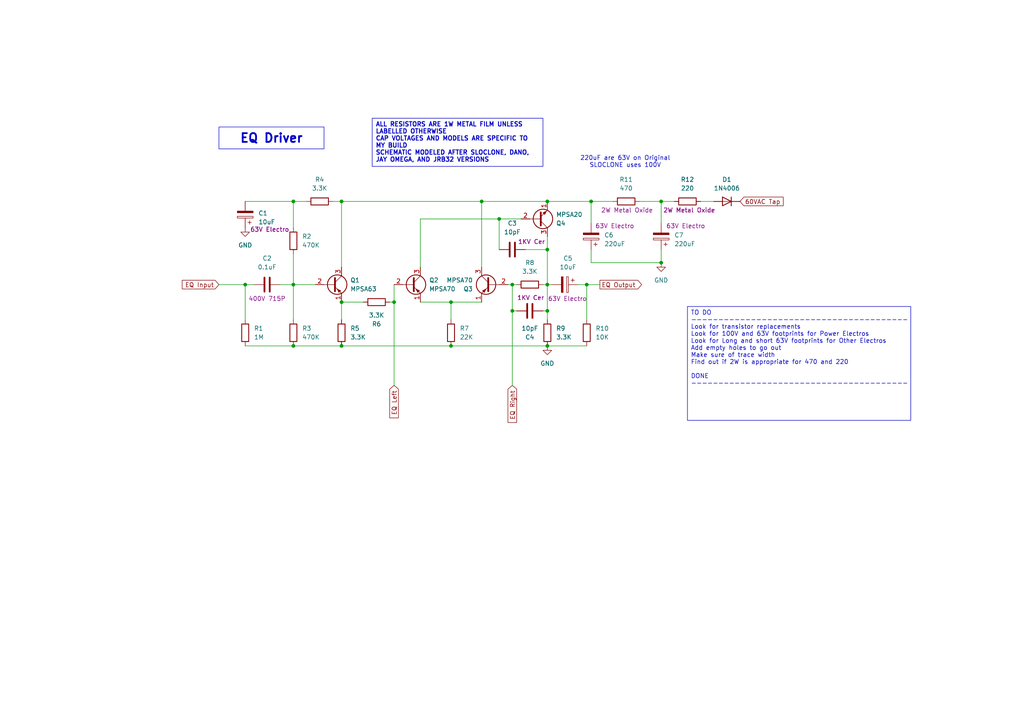
<source format=kicad_sch>
(kicad_sch (version 20250114) (generator "eeschema") (generator_version "9.0")
  (paper "A4")
  (lib_symbols
    (symbol "Device:C" (pin_numbers (hide yes)) (pin_names (offset 0.254))
      (property "Reference" "C" (at 0.635 2.54 0))
      (property "Value" "C" (at 0.635 -2.54 0))
      (symbol "C_0_1"
        (polyline (pts (xy -2.032 0.762) (xy 2.032 0.762)) (stroke (width 0.508)))
        (polyline (pts (xy -2.032 -0.762) (xy 2.032 -0.762)) (stroke (width 0.508)))
      )
      (symbol "C_1_1"
        (pin passive line (at 0 3.81 270) (length 2.794) (name "~") (number "1"))
        (pin passive line (at 0 -3.81 90) (length 2.794) (name "~") (number "2"))
      )
    )
    (symbol "Device:C_Polarized" (pin_numbers (hide yes)) (pin_names (offset 0.254))
      (property "Reference" "C" (at 0.635 2.54 0))
      (property "Value" "C_Polarized" (at 0.635 -2.54 0))
      (symbol "C_Polarized_0_1"
        (rectangle (start -2.286 0.508) (end 2.286 1.016))
        (polyline (pts (xy -1.778 2.286) (xy -0.762 2.286)))
        (polyline (pts (xy -1.27 2.794) (xy -1.27 1.778)))
        (rectangle (start 2.286 -0.508) (end -2.286 -1.016) (fill (type outline)))
      )
      (symbol "C_Polarized_1_1"
        (pin passive line (at 0 3.81 270) (length 2.794) (name "~") (number "1"))
        (pin passive line (at 0 -3.81 90) (length 2.794) (name "~") (number "2"))
      )
    )
    (symbol "Device:R" (pin_numbers (hide yes)) (pin_names (offset 0))
      (property "Reference" "R" (at 2.032 0 90))
      (property "Value" "R" (at 0 0 90))
      (symbol "R_0_1"
        (rectangle (start -1.016 -2.54) (end 1.016 2.54) (stroke (width 0.254)))
      )
      (symbol "R_1_1"
        (pin passive line (at 0 3.81 270) (length 1.27) (name "~") (number "1"))
        (pin passive line (at 0 -3.81 90) (length 1.27) (name "~") (number "2"))
      )
    )
    (symbol "Diode:1N4006" (pin_numbers (hide yes)) (pin_names (hide yes))
      (property "Reference" "D" (at 0 2.54 0))
      (property "Value" "1N4006" (at 0 -2.54 0))
      (symbol "1N4006_0_1"
        (polyline (pts (xy -1.27 1.27) (xy -1.27 -1.27)) (stroke (width 0.254)))
        (polyline (pts (xy 1.27 1.27) (xy 1.27 -1.27) (xy -1.27 0) (xy 1.27 1.27)) (stroke (width 0.254)))
        (polyline (pts (xy 1.27 0) (xy -1.27 0)))
      )
      (symbol "1N4006_1_1"
        (pin passive line (at -3.81 0 0) (length 2.54) (name "K") (number "1"))
        (pin passive line (at 3.81 0 180) (length 2.54) (name "A") (number "2"))
      )
    )
    (symbol "Transistor_BJT:MPSA42" (pin_names (offset 0) (hide yes))
      (property "Reference" "Q" (at 5.08 1.905 0))
      (property "Value" "MPSA42" (at 5.08 0 0))
      (symbol "MPSA42_0_1"
        (polyline (pts (xy -2.54 0) (xy 0.635 0)))
        (polyline (pts (xy 0.635 1.905) (xy 0.635 -1.905)) (stroke (width 0.508)))
        (circle (center 1.27 0) (radius 2.8194) (stroke (width 0.254)))
      )
      (symbol "MPSA42_1_1"
        (polyline (pts (xy 0.635 0.635) (xy 2.54 2.54)))
        (polyline (pts (xy 0.635 -0.635) (xy 2.54 -2.54)))
        (polyline (pts (xy 1.27 -1.778) (xy 1.778 -1.27) (xy 2.286 -2.286) (xy 1.27 -1.778)) (fill (type outline)))
        (pin input line (at -5.08 0 0) (length 2.54) (name "B") (number "2"))
        (pin passive line (at 2.54 5.08 270) (length 2.54) (name "C") (number "3"))
        (pin passive line (at 2.54 -5.08 90) (length 2.54) (name "E") (number "1"))
      )
    )
    (symbol "Transistor_BJT:MPSA92" (pin_names (offset 0) (hide yes))
      (property "Reference" "Q" (at 5.08 1.905 0))
      (property "Value" "MPSA92" (at 5.08 0 0))
      (symbol "MPSA92_0_1"
        (polyline (pts (xy -2.54 0) (xy 0.635 0)))
        (polyline (pts (xy 0.635 1.905) (xy 0.635 -1.905)) (stroke (width 0.508)))
        (polyline (pts (xy 0.635 0.635) (xy 2.54 2.54)))
        (polyline (pts (xy 0.635 -0.635) (xy 2.54 -2.54)))
        (circle (center 1.27 0) (radius 2.8194) (stroke (width 0.254)))
        (polyline (pts (xy 2.286 -1.778) (xy 1.778 -2.286) (xy 1.27 -1.27) (xy 2.286 -1.778)) (fill (type outline)))
      )
      (symbol "MPSA92_1_1"
        (pin input line (at -5.08 0 0) (length 2.54) (name "B") (number "2"))
        (pin passive line (at 2.54 5.08 270) (length 2.54) (name "C") (number "3"))
        (pin passive line (at 2.54 -5.08 90) (length 2.54) (name "E") (number "1"))
      )
    )
    (symbol "power:GND" (power) (pin_numbers (hide yes)) (pin_names (offset 0) (hide yes))
      (property "Value" "GND" (at 0 -3.81 0))
      (symbol "GND_0_1"
        (polyline (pts (xy 0 0) (xy 0 -1.27) (xy 1.27 -1.27) (xy 0 -2.54) (xy -1.27 -1.27) (xy 0 -1.27)))
      )
      (symbol "GND_1_1"
        (pin power_in line (at 0 0 270) (length 0) (name "~") (number "1"))
      )
    )
  )
  (text "220uF are 63V on Original\nSLOCLONE uses 100V" (at 181.356 46.99 0) (effects (font (size 1.27 1.27))))
  (text_box "EQ Driver" (at 63.5 36.83 0) (size 30.48 6.35) (margins 0.9525 0.9525 0.9525 0.9525) (effects (font (size 2.54 2.54) (thickness 0.508) (bold yes))))
  (text_box "ALL RESISTORS ARE 1W METAL FILM UNLESS LABELLED OTHERWISE\nCAP VOLTAGES AND MODELS ARE SPECIFIC TO MY BUILD\nSCHEMATIC MODELED AFTER SLOCLONE, DANO, JAY OMEGA, AND JRB32 VERSIONS" (at 107.95 34.29 0) (size 49.53 13.97) (margins 0.9525 0.9525 0.9525 0.9525) (effects (font (size 1.27 1.27) (thickness 0.254) (bold yes)) (justify left top)))
  (text_box "TO DO\n----------------------------------------\nLook for transistor replacements\nLook for 100V and 63V footprints for Power Electros\nLook for Long and short 63V footprints for Other Electros\nAdd empty holes to go out\nMake sure of trace width\nFind out if 2W is appropriate for 470 and 220\n\nDONE\n----------------------------------------\n" (at 199.39 88.9 0) (size 64.77 33.02) (margins 0.9525 0.9525 0.9525 0.9525) (effects (font (size 1.27 1.27)) (justify left top)))
  (junction (at 148.59 82.55))
  (junction (at 85.09 100.33))
  (junction (at 114.3 87.63))
  (junction (at 130.81 100.33))
  (junction (at 158.75 90.17))
  (junction (at 85.09 82.55))
  (junction (at 158.75 72.39))
  (junction (at 170.18 82.55))
  (junction (at 130.81 87.63))
  (junction (at 99.06 87.63))
  (junction (at 191.77 58.42))
  (junction (at 158.75 100.33))
  (junction (at 158.75 82.55))
  (junction (at 171.45 58.42))
  (junction (at 144.78 63.5))
  (junction (at 85.09 58.42))
  (junction (at 71.12 82.55))
  (junction (at 99.06 100.33))
  (junction (at 191.77 76.2))
  (junction (at 158.75 58.42))
  (junction (at 139.7 58.42))
  (junction (at 148.59 90.17))
  (junction (at 99.06 58.42))
  (wire (pts (xy 63.5 82.55) (xy 71.12 82.55)))
  (wire (pts (xy 71.12 100.33) (xy 85.09 100.33)))
  (wire (pts (xy 113.03 87.63) (xy 114.3 87.63)))
  (wire (pts (xy 130.81 87.63) (xy 121.92 87.63)))
  (wire (pts (xy 88.9 58.42) (xy 85.09 58.42)))
  (wire (pts (xy 96.52 58.42) (xy 99.06 58.42)))
  (wire (pts (xy 152.4 72.39) (xy 158.75 72.39)))
  (wire (pts (xy 170.18 82.55) (xy 170.18 92.71)))
  (wire (pts (xy 158.75 82.55) (xy 160.02 82.55)))
  (wire (pts (xy 148.59 82.55) (xy 148.59 90.17)))
  (wire (pts (xy 99.06 100.33) (xy 130.81 100.33)))
  (wire (pts (xy 207.01 58.42) (xy 203.2 58.42)))
  (wire (pts (xy 185.42 58.42) (xy 191.77 58.42)))
  (wire (pts (xy 139.7 58.42) (xy 139.7 77.47)))
  (wire (pts (xy 81.28 82.55) (xy 85.09 82.55)))
  (wire (pts (xy 148.59 90.17) (xy 148.59 111.76)))
  (wire (pts (xy 71.12 92.71) (xy 71.12 82.55)))
  (wire (pts (xy 85.09 73.66) (xy 85.09 82.55)))
  (wire (pts (xy 139.7 58.42) (xy 158.75 58.42)))
  (wire (pts (xy 158.75 72.39) (xy 158.75 82.55)))
  (wire (pts (xy 171.45 76.2) (xy 191.77 76.2)))
  (wire (pts (xy 171.45 72.39) (xy 171.45 76.2)))
  (wire (pts (xy 157.48 90.17) (xy 158.75 90.17)))
  (wire (pts (xy 148.59 82.55) (xy 147.32 82.55)))
  (wire (pts (xy 114.3 82.55) (xy 114.3 87.63)))
  (wire (pts (xy 191.77 64.77) (xy 191.77 58.42)))
  (wire (pts (xy 130.81 100.33) (xy 158.75 100.33)))
  (wire (pts (xy 149.86 90.17) (xy 148.59 90.17)))
  (wire (pts (xy 71.12 58.42) (xy 85.09 58.42)))
  (wire (pts (xy 149.86 82.55) (xy 148.59 82.55)))
  (wire (pts (xy 158.75 90.17) (xy 158.75 82.55)))
  (wire (pts (xy 171.45 58.42) (xy 177.8 58.42)))
  (wire (pts (xy 171.45 64.77) (xy 171.45 58.42)))
  (wire (pts (xy 144.78 63.5) (xy 144.78 72.39)))
  (wire (pts (xy 99.06 58.42) (xy 99.06 77.47)))
  (wire (pts (xy 144.78 63.5) (xy 121.92 63.5)))
  (wire (pts (xy 85.09 100.33) (xy 99.06 100.33)))
  (wire (pts (xy 191.77 72.39) (xy 191.77 76.2)))
  (wire (pts (xy 130.81 87.63) (xy 139.7 87.63)))
  (wire (pts (xy 71.12 82.55) (xy 73.66 82.55)))
  (wire (pts (xy 151.13 63.5) (xy 144.78 63.5)))
  (wire (pts (xy 158.75 58.42) (xy 171.45 58.42)))
  (wire (pts (xy 121.92 63.5) (xy 121.92 77.47)))
  (wire (pts (xy 158.75 92.71) (xy 158.75 90.17)))
  (wire (pts (xy 99.06 87.63) (xy 99.06 92.71)))
  (wire (pts (xy 105.41 87.63) (xy 99.06 87.63)))
  (wire (pts (xy 158.75 68.58) (xy 158.75 72.39)))
  (wire (pts (xy 114.3 87.63) (xy 114.3 111.76)))
  (wire (pts (xy 158.75 82.55) (xy 157.48 82.55)))
  (wire (pts (xy 195.58 58.42) (xy 191.77 58.42)))
  (wire (pts (xy 85.09 58.42) (xy 85.09 66.04)))
  (wire (pts (xy 130.81 92.71) (xy 130.81 87.63)))
  (wire (pts (xy 85.09 82.55) (xy 91.44 82.55)))
  (wire (pts (xy 167.64 82.55) (xy 170.18 82.55)))
  (wire (pts (xy 170.18 82.55) (xy 173.99 82.55)))
  (wire (pts (xy 99.06 58.42) (xy 139.7 58.42)))
  (wire (pts (xy 85.09 92.71) (xy 85.09 82.55)))
  (wire (pts (xy 158.75 100.33) (xy 170.18 100.33)))
  (global_label "EQ Right" (shape input) (at 148.59 111.76 270) (property "Intersheetrefs" "${INTERSHEET_REFS}" (effects (hide yes))))
  (global_label "EQ Left" (shape input) (at 114.3 111.76 270) (property "Intersheetrefs" "${INTERSHEET_REFS}" (effects (hide yes))))
  (global_label "EQ Input" (shape input) (at 63.5 82.55 180) (property "Intersheetrefs" "${INTERSHEET_REFS}" (effects (hide yes))))
  (global_label "EQ Output" (shape output) (at 173.99 82.55 0) (property "Intersheetrefs" "${INTERSHEET_REFS}" (effects (hide yes))))
  (global_label "60VAC Tap" (shape input) (at 214.63 58.42 0) (property "Intersheetrefs" "${INTERSHEET_REFS}" (effects (hide yes))))
  (symbol (lib_id "Device:R") (at 130.81 96.52 0) (unit 1)
    (property "Reference" "R7" (at 133.35 95.2499 0) (effects (justify left)))
    (property "Value" "22K" (at 133.35 97.7899 0) (effects (justify left)))
    (property "Description" "Resistor" (effects (hide yes)))
  )
  (symbol (lib_id "Device:R") (at 158.75 96.52 0) (unit 1)
    (property "Reference" "R9" (at 161.29 95.2499 0) (effects (justify left)))
    (property "Value" "3.3K" (at 161.29 97.7899 0) (effects (justify left)))
    (property "Description" "Resistor" (effects (hide yes)))
  )
  (symbol (lib_id "Device:C_Polarized") (at 163.83 82.55 270) (unit 1)
    (property "Reference" "C5" (at 164.719 74.93 90))
    (property "Value" "10uF" (at 164.719 77.47 90))
    (property "Description" "Polarized capacitor" (effects (hide yes)))
    (property "Notes" "63V Electro" (at 164.592 86.614 90))
  )
  (symbol (lib_id "Device:R") (at 153.67 82.55 90) (unit 1)
    (property "Reference" "R8" (at 153.67 76.2 90))
    (property "Value" "3.3K" (at 153.67 78.74 90))
    (property "Description" "Resistor" (effects (hide yes)))
  )
  (symbol (lib_id "Transistor_BJT:MPSA92") (at 119.38 82.55 0) (unit 1)
    (property "Reference" "Q2" (at 124.46 81.2799 0) (effects (justify left)))
    (property "Value" "MPSA70" (at 124.46 83.8199 0) (effects (justify left)))
    (property "Footprint" "Package_TO_SOT_THT:TO-92_Inline" (effects (hide yes)))
    (property "Datasheet" "http://www.onsemi.com/pub_link/Collateral/MPSA92-D.PDF" (effects (hide yes)))
    (property "Description" "0.5A Ic, 300V Vce, PNP High Voltage Transistor, TO-92" (effects (hide yes)))
  )
  (symbol (lib_id "power:GND") (at 191.77 76.2 0) (unit 1)
    (property "Reference" "#PWR03" (effects (hide yes)))
    (property "Value" "GND" (at 191.77 81.28 0))
    (property "Description" "Power symbol creates a global label with name \"GND\" , ground" (effects (hide yes)))
  )
  (symbol (lib_id "Transistor_BJT:MPSA42") (at 156.21 63.5 0) (mirror x) (unit 1)
    (property "Reference" "Q4" (at 161.29 64.7701 0) (effects (justify left)))
    (property "Value" "MPSA20" (at 161.29 62.2301 0) (effects (justify left)))
    (property "Footprint" "Package_TO_SOT_THT:TO-92_Inline" (effects (hide yes)))
    (property "Datasheet" "http://www.onsemi.com/pub_link/Collateral/MPSA42-D.PDF" (effects (hide yes)))
    (property "Description" "0.5A Ic, 300V Vce, NPN High Voltage Transistor, TO-92" (effects (hide yes)))
  )
  (symbol (lib_id "Device:C") (at 77.47 82.55 90) (unit 1)
    (property "Reference" "C2" (at 77.47 74.93 90))
    (property "Value" "0.1uF" (at 77.47 77.47 90))
    (property "Description" "Unpolarized capacitor" (effects (hide yes)))
    (property "Notes" "400V 715P" (at 77.47 86.614 90))
  )
  (symbol (lib_id "Diode:1N4006") (at 210.82 58.42 0) (mirror y) (unit 1)
    (property "Reference" "D1" (at 210.82 52.07 0))
    (property "Value" "1N4006" (at 210.82 54.61 0))
    (property "Footprint" "Diode_THT:D_DO-41_SOD81_P10.16mm_Horizontal" (effects (hide yes)))
    (property "Datasheet" "http://www.vishay.com/docs/88503/1n4001.pdf" (effects (hide yes)))
    (property "Description" "800V 1A General Purpose Rectifier Diode, DO-41" (effects (hide yes)))
    (property "Sim.Device" "D" (effects (hide yes)))
    (property "Sim.Pins" "1=K 2=A" (effects (hide yes)))
  )
  (symbol (lib_id "Device:R") (at 109.22 87.63 270) (unit 1)
    (property "Reference" "R6" (at 109.22 93.98 90))
    (property "Value" "3.3K" (at 109.22 91.44 90))
    (property "Description" "Resistor" (effects (hide yes)))
  )
  (symbol (lib_id "Device:R") (at 85.09 96.52 0) (unit 1)
    (property "Reference" "R3" (at 87.63 95.2499 0) (effects (justify left)))
    (property "Value" "470K" (at 87.63 97.7899 0) (effects (justify left)))
    (property "Description" "Resistor" (effects (hide yes)))
  )
  (symbol (lib_id "Device:R") (at 92.71 58.42 90) (unit 1)
    (property "Reference" "R4" (at 92.71 52.07 90))
    (property "Value" "3.3K" (at 92.71 54.61 90))
    (property "Description" "Resistor" (effects (hide yes)))
  )
  (symbol (lib_id "Device:C") (at 153.67 90.17 90) (mirror x) (unit 1)
    (property "Reference" "C4" (at 153.67 97.79 90))
    (property "Value" "10pF" (at 153.67 95.25 90))
    (property "Description" "Unpolarized capacitor" (effects (hide yes)))
    (property "Notes" "1KV Cer" (at 153.924 86.36 90))
  )
  (symbol (lib_id "Device:R") (at 181.61 58.42 90) (unit 1)
    (property "Reference" "R11" (at 181.61 52.07 90))
    (property "Value" "470" (at 181.61 54.61 90))
    (property "Description" "Resistor" (effects (hide yes)))
    (property "Notes" "2W Metal Oxide" (at 181.864 60.96 90))
  )
  (symbol (lib_id "Device:R") (at 71.12 96.52 0) (unit 1)
    (property "Reference" "R1" (at 73.66 95.2499 0) (effects (justify left)))
    (property "Value" "1M" (at 73.66 97.7899 0) (effects (justify left)))
    (property "Description" "Resistor" (effects (hide yes)))
  )
  (symbol (lib_id "power:GND") (at 158.75 100.33 0) (unit 1)
    (property "Reference" "#PWR02" (effects (hide yes)))
    (property "Value" "GND" (at 158.75 105.41 0))
    (property "Description" "Power symbol creates a global label with name \"GND\" , ground" (effects (hide yes)))
  )
  (symbol (lib_id "Device:R") (at 170.18 96.52 0) (unit 1)
    (property "Reference" "R10" (at 172.72 95.2499 0) (effects (justify left)))
    (property "Value" "10K" (at 172.72 97.7899 0) (effects (justify left)))
    (property "Description" "Resistor" (effects (hide yes)))
  )
  (symbol (lib_id "Transistor_BJT:MPSA92") (at 142.24 82.55 0) (mirror y) (unit 1)
    (property "Reference" "Q3" (at 137.16 83.8201 0) (effects (justify left)))
    (property "Value" "MPSA70" (at 137.16 81.2801 0) (effects (justify left)))
    (property "Footprint" "Package_TO_SOT_THT:TO-92_Inline" (effects (hide yes)))
    (property "Datasheet" "http://www.onsemi.com/pub_link/Collateral/MPSA92-D.PDF" (effects (hide yes)))
    (property "Description" "0.5A Ic, 300V Vce, PNP High Voltage Transistor, TO-92" (effects (hide yes)))
  )
  (symbol (lib_id "power:GND") (at 71.12 66.04 0) (unit 1)
    (property "Reference" "#PWR01" (effects (hide yes)))
    (property "Value" "GND" (at 71.12 71.12 0))
    (property "Description" "Power symbol creates a global label with name \"GND\" , ground" (effects (hide yes)))
  )
  (symbol (lib_id "Transistor_BJT:MPSA92") (at 96.52 82.55 0) (unit 1)
    (property "Reference" "Q1" (at 101.6 81.2799 0) (effects (justify left)))
    (property "Value" "MPSA63" (at 101.6 83.8199 0) (effects (justify left)))
    (property "Footprint" "Package_TO_SOT_THT:TO-92_Inline" (effects (hide yes)))
    (property "Datasheet" "http://www.onsemi.com/pub_link/Collateral/MPSA92-D.PDF" (effects (hide yes)))
    (property "Description" "0.5A Ic, 300V Vce, PNP High Voltage Transistor, TO-92" (effects (hide yes)))
  )
  (symbol (lib_id "Device:R") (at 99.06 96.52 0) (unit 1)
    (property "Reference" "R5" (at 101.6 95.2499 0) (effects (justify left)))
    (property "Value" "3.3K" (at 101.6 97.7899 0) (effects (justify left)))
    (property "Description" "Resistor" (effects (hide yes)))
  )
  (symbol (lib_id "Device:C_Polarized") (at 171.45 68.58 180) (unit 1)
    (property "Reference" "C6" (at 175.26 68.1989 0) (effects (justify right)))
    (property "Value" "220uF" (at 175.26 70.7389 0) (effects (justify right)))
    (property "Description" "Polarized capacitor" (effects (hide yes)))
    (property "Notes" "63V Electro" (at 178.308 65.532 0))
  )
  (symbol (lib_id "Device:C") (at 148.59 72.39 90) (unit 1)
    (property "Reference" "C3" (at 148.59 64.77 90))
    (property "Value" "10pF" (at 148.59 67.31 90))
    (property "Description" "Unpolarized capacitor" (effects (hide yes)))
    (property "Notes" "1KV Cer" (at 154.178 70.104 90))
  )
  (symbol (lib_id "Device:C_Polarized") (at 191.77 68.58 180) (unit 1)
    (property "Reference" "C7" (at 195.58 68.1989 0) (effects (justify right)))
    (property "Value" "220uF" (at 195.58 70.7389 0) (effects (justify right)))
    (property "Description" "Polarized capacitor" (effects (hide yes)))
    (property "Notes" "63V Electro" (at 198.882 65.532 0))
  )
  (symbol (lib_id "Device:R") (at 85.09 69.85 0) (unit 1)
    (property "Reference" "R2" (at 87.63 68.5799 0) (effects (justify left)))
    (property "Value" "470K" (at 87.63 71.1199 0) (effects (justify left)))
    (property "Description" "Resistor" (effects (hide yes)))
  )
  (symbol (lib_id "Device:R") (at 199.39 58.42 90) (unit 1)
    (property "Reference" "R12" (at 199.39 52.07 90))
    (property "Value" "220" (at 199.39 54.61 90))
    (property "Description" "Resistor" (effects (hide yes)))
    (property "Notes" "2W Metal Oxide" (at 199.898 60.96 90))
  )
  (symbol (lib_id "Device:C_Polarized") (at 71.12 62.23 180) (unit 1)
    (property "Reference" "C1" (at 74.93 61.8489 0) (effects (justify right)))
    (property "Value" "10uF" (at 74.93 64.3889 0) (effects (justify right)))
    (property "Description" "Polarized capacitor" (effects (hide yes)))
    (property "Notes" "63V Electro" (at 78.232 66.548 0))
  )
)
</source>
